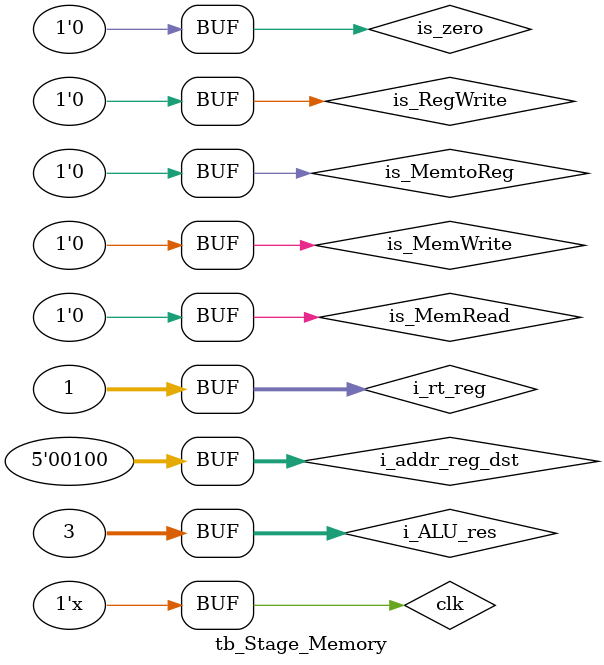
<source format=v>
`timescale 1ns / 1ps

module tb_Stage_Memory();
    
    reg           clk;
    reg  [31 : 0] i_ALU_res;
    reg  [31 : 0] i_rt_reg;
    reg  [4  : 0] i_addr_reg_dst;
    reg           is_zero;
    reg           is_RegWrite;
    reg           is_MemtoReg;
    reg           is_MemWrite;
    reg           is_MemRead;
    wire [31 : 0] o_output_mem;
    wire [31 : 0] o_ALU_res;
    wire [4  : 0] o_addr_reg_dst;
    wire          os_RegWrite;
    wire          os_MemtoReg;

    initial begin
        clk             = 0;
        i_ALU_res       = 'h00000000;
        i_rt_reg        = 'h00000000;
        i_addr_reg_dst  = 5'b00000;
        is_zero         = 0;
        is_RegWrite     = 0;
        is_MemtoReg     = 0;
        is_MemWrite     = 0;
        is_MemRead      = 0;

        #100
        //Escribo en memoria entonces ALU_res es una direccion
        i_ALU_res       = 'h00000001;
        i_rt_reg        = 'h00000002;
        i_addr_reg_dst  = 5'b10001;
        is_MemWrite     = 1;

        #10
        //Escribo en memoria entonces ALU_res es una direccion
        i_ALU_res       = 'h00000002;
        i_rt_reg        = 'h00000003;
        i_addr_reg_dst  = 5'b10101;
        is_MemWrite     = 1;

        #10
        //Escribo en memoria entonces ALU_res es una direccion
        i_ALU_res       = 'h00000003;
        i_rt_reg        = 'h00000044;
        i_addr_reg_dst  = 5'b00011;
        is_MemWrite     = 1;

        #10
        //Leo de memoria
        i_ALU_res       = 'h00000002;
        i_rt_reg        = 'h00000000;
        i_addr_reg_dst  = 5'b00010;
        is_MemWrite     = 0;

        #10
        //Leo de memoria
        i_ALU_res       = 'h00000003;
        i_rt_reg        = 'h00000001;
        i_addr_reg_dst  = 5'b00100;
        is_MemWrite     = 0;
           
    end    
    always #1 clk = ~clk;
    
    Stage_Memory u_Stage_Memory(
                               .clk(clk),
                               .i_ALU_res(i_ALU_res), 
                               .i_rt_reg(i_rt_reg),
                               .i_addr_reg_dst(i_addr_reg_dst),
                               .is_zero(is_zero),     
                               .is_RegWrite(is_RegWrite), 
                               .is_MemtoReg(is_MemtoReg), 
                               .is_MemWrite(is_MemWrite), 
                               .is_MemRead(is_MemRead),  
                               .o_output_mem(o_output_mem), 
                               .o_ALU_res(o_ALU_res),   
                               .o_addr_reg_dst(o_addr_reg_dst), 
                               .os_RegWrite(os_RegWrite), 
                               .os_MemtoReg(os_MemtoReg)  
                              );
endmodule
    


</source>
